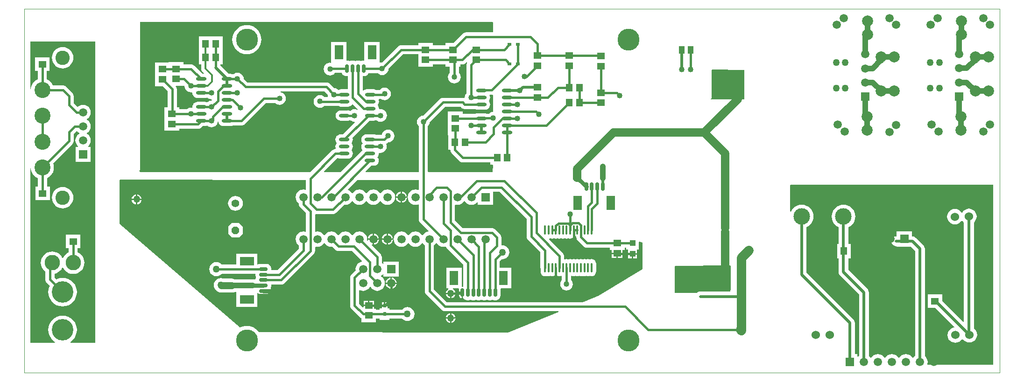
<source format=gtl>
%FSLAX25Y25*%
%MOIN*%
G70*
G01*
G75*
G04 Layer_Physical_Order=1*
G04 Layer_Color=255*
G04:AMPARAMS|DCode=10|XSize=23.62mil|YSize=61.02mil|CornerRadius=5.91mil|HoleSize=0mil|Usage=FLASHONLY|Rotation=0.000|XOffset=0mil|YOffset=0mil|HoleType=Round|Shape=RoundedRectangle|*
%AMROUNDEDRECTD10*
21,1,0.02362,0.04921,0,0,0.0*
21,1,0.01181,0.06102,0,0,0.0*
1,1,0.01181,0.00591,-0.02461*
1,1,0.01181,-0.00591,-0.02461*
1,1,0.01181,-0.00591,0.02461*
1,1,0.01181,0.00591,0.02461*
%
%ADD10ROUNDEDRECTD10*%
%ADD11R,0.05906X0.09843*%
%ADD12O,0.07480X0.02362*%
%ADD13O,0.01378X0.07087*%
%ADD14R,0.09843X0.05906*%
G04:AMPARAMS|DCode=15|XSize=23.62mil|YSize=61.02mil|CornerRadius=5.91mil|HoleSize=0mil|Usage=FLASHONLY|Rotation=270.000|XOffset=0mil|YOffset=0mil|HoleType=Round|Shape=RoundedRectangle|*
%AMROUNDEDRECTD15*
21,1,0.02362,0.04921,0,0,270.0*
21,1,0.01181,0.06102,0,0,270.0*
1,1,0.01181,-0.02461,-0.00591*
1,1,0.01181,-0.02461,0.00591*
1,1,0.01181,0.02461,0.00591*
1,1,0.01181,0.02461,-0.00591*
%
%ADD15ROUNDEDRECTD15*%
%ADD16R,0.03937X0.05315*%
%ADD17R,0.04134X0.04331*%
%ADD18R,0.03150X0.01969*%
%ADD19R,0.01969X0.03150*%
%ADD20R,0.04724X0.05315*%
%ADD21R,0.05315X0.04724*%
%ADD22R,0.05709X0.04528*%
%ADD23R,0.04528X0.05709*%
%ADD24C,0.03937*%
%ADD25C,0.01500*%
%ADD26C,0.02000*%
%ADD27C,0.01300*%
%ADD28C,0.04000*%
%ADD29C,0.05000*%
%ADD30C,0.03000*%
%ADD31C,0.06500*%
%ADD32C,0.06000*%
%ADD33C,0.00100*%
%ADD34C,0.07874*%
%ADD35R,0.05906X0.05906*%
%ADD36C,0.05906*%
%ADD37C,0.11024*%
%ADD38C,0.15354*%
%ADD39C,0.06000*%
%ADD40C,0.11417*%
%ADD41R,0.05906X0.05906*%
%ADD42P,0.05966X8X112.5*%
%ADD43C,0.05512*%
%ADD44C,0.11811*%
%ADD45C,0.05000*%
%ADD46C,0.02284*%
%ADD47C,0.10236*%
%ADD48C,0.15700*%
%ADD49C,0.04000*%
%ADD50C,0.02000*%
%ADD51C,0.06200*%
G36*
X50450Y21600D02*
X32844D01*
X32723Y22085D01*
X32932Y22197D01*
X34481Y23468D01*
X35753Y25018D01*
X36698Y26786D01*
X37280Y28705D01*
X37477Y30700D01*
X37280Y32695D01*
X36698Y34613D01*
X35753Y36381D01*
X34481Y37931D01*
X32932Y39202D01*
X31164Y40148D01*
X29245Y40729D01*
X27250Y40926D01*
X25255Y40729D01*
X23337Y40148D01*
X21569Y39202D01*
X20019Y37931D01*
X18747Y36381D01*
X17802Y34613D01*
X17220Y32695D01*
X17024Y30700D01*
X17220Y28705D01*
X17802Y26786D01*
X18747Y25018D01*
X20019Y23468D01*
X21569Y22197D01*
X21778Y22085D01*
X21656Y21600D01*
X4050D01*
Y146190D01*
X4550Y146214D01*
X4660Y145090D01*
X5130Y143543D01*
X5892Y142117D01*
X6918Y140867D01*
X8168Y139841D01*
X9594Y139079D01*
X9672Y139055D01*
Y133104D01*
X7793D01*
Y123380D01*
X18108D01*
Y133104D01*
X16228D01*
Y139251D01*
X17333Y139841D01*
X18583Y140867D01*
X19609Y142117D01*
X20371Y143543D01*
X20840Y145090D01*
X20999Y146700D01*
X20840Y148309D01*
X20411Y149724D01*
X34168Y163482D01*
X34168Y163482D01*
X34168Y163482D01*
X34689Y164161D01*
X34853Y164556D01*
X35017Y164951D01*
X35072Y165375D01*
X35128Y165800D01*
Y170742D01*
X37101Y172715D01*
X37600Y172682D01*
X37961Y172211D01*
X39083Y171350D01*
Y170850D01*
X37961Y169989D01*
X37087Y168850D01*
X36538Y167524D01*
X36351Y166100D01*
X36538Y164676D01*
X37087Y163350D01*
X37961Y162211D01*
X38202Y162026D01*
X38041Y161553D01*
X36398D01*
Y150647D01*
X47303D01*
Y161553D01*
X45659D01*
X45498Y162026D01*
X45739Y162211D01*
X46613Y163350D01*
X47163Y164676D01*
X47350Y166100D01*
X47163Y167524D01*
X46613Y168850D01*
X45739Y169989D01*
X44617Y170850D01*
Y171350D01*
X45739Y172211D01*
X46613Y173350D01*
X47163Y174677D01*
X47350Y176100D01*
X47163Y177524D01*
X46613Y178850D01*
X45739Y179989D01*
X44617Y180850D01*
Y181350D01*
X45739Y182211D01*
X46613Y183350D01*
X47163Y184677D01*
X47350Y186100D01*
X47163Y187523D01*
X46613Y188850D01*
X45739Y189989D01*
X44600Y190863D01*
X43274Y191412D01*
X41850Y191600D01*
X40427Y191412D01*
X39100Y190863D01*
X37961Y189989D01*
X37807Y189979D01*
X35128Y192658D01*
Y197800D01*
X35017Y198648D01*
X34689Y199439D01*
X34394Y199823D01*
X34168Y200118D01*
X29769Y204518D01*
X29090Y205038D01*
X28694Y205202D01*
X28299Y205366D01*
X27875Y205422D01*
X27451Y205478D01*
X20306D01*
X19609Y206782D01*
X18583Y208032D01*
X17333Y209058D01*
X16028Y209755D01*
Y215696D01*
X17908D01*
Y225420D01*
X7593D01*
Y215696D01*
X9472D01*
Y209755D01*
X8168Y209058D01*
X6918Y208032D01*
X5892Y206782D01*
X5130Y205356D01*
X4660Y203809D01*
X4550Y202685D01*
X4050Y202709D01*
Y236800D01*
X50450D01*
Y21600D01*
D02*
G37*
G36*
X334514Y198601D02*
X334482Y186530D01*
X333376Y186384D01*
X332281Y185931D01*
X331430Y185278D01*
X329887D01*
X329650Y185376D01*
X328689Y185503D01*
X323571D01*
X322610Y185376D01*
X321866Y185068D01*
X312805D01*
Y186706D01*
X302096D01*
Y177178D01*
Y169895D01*
X302523D01*
Y159546D01*
X304009D01*
Y159363D01*
X304065Y158939D01*
X304121Y158515D01*
X304285Y158119D01*
X304449Y157724D01*
X304969Y157045D01*
X304969Y157045D01*
X304969Y157045D01*
X310632Y151382D01*
X311311Y150861D01*
X312102Y150534D01*
X312950Y150422D01*
X313710Y150522D01*
X332546D01*
Y148643D01*
X334029D01*
X334382Y148289D01*
X334369Y143500D01*
X288382Y143482D01*
X288028Y143835D01*
Y176180D01*
X288681Y177031D01*
X289135Y178125D01*
X289274Y179188D01*
X300108Y190022D01*
X311392D01*
X311943Y189472D01*
X312237Y189246D01*
X312621Y188951D01*
X313017Y188787D01*
X313412Y188623D01*
X313836Y188568D01*
X314261Y188512D01*
X321866D01*
X322610Y188203D01*
X323571Y188077D01*
X328689D01*
X329650Y188203D01*
X330545Y188574D01*
X331314Y189164D01*
X331904Y189933D01*
X332275Y190829D01*
X332402Y191790D01*
X332275Y192751D01*
X331904Y193646D01*
X331411Y194290D01*
X331904Y194933D01*
X332275Y195829D01*
X332402Y196790D01*
X332275Y197751D01*
X331988Y198444D01*
X332266Y198860D01*
X333598D01*
X334023Y198916D01*
X334138Y198931D01*
X334514Y198601D01*
D02*
G37*
G36*
X200772Y137902D02*
Y131237D01*
X200396Y130907D01*
X199119Y131075D01*
X197695Y130888D01*
X196369Y130339D01*
X195230Y129464D01*
X194356Y128325D01*
X193806Y126999D01*
X193619Y125576D01*
X193806Y124152D01*
X194356Y122826D01*
X195230Y121687D01*
X195772Y121270D01*
Y120600D01*
X195828Y120176D01*
X195884Y119752D01*
X196048Y119356D01*
X196211Y118961D01*
X196732Y118282D01*
X196732Y118282D01*
X196732Y118282D01*
X200872Y114142D01*
Y101224D01*
X200496Y100894D01*
X199119Y101075D01*
X197695Y100888D01*
X196369Y100339D01*
X195230Y99464D01*
X194356Y98326D01*
X193806Y96999D01*
X193619Y95576D01*
X193806Y94152D01*
X194356Y92826D01*
X195230Y91687D01*
X195772Y91270D01*
Y88658D01*
X180593Y73478D01*
X176156D01*
X176128Y73510D01*
Y74691D01*
X176022Y75497D01*
X175710Y76249D01*
X175215Y76895D01*
X174570Y77390D01*
X173818Y77701D01*
X173011Y77808D01*
X168090D01*
X167283Y77701D01*
X166587Y77413D01*
X166435Y77515D01*
X166172Y77859D01*
Y85153D01*
X151329D01*
Y77378D01*
X140737D01*
X140516Y77666D01*
X139472Y78468D01*
X138256Y78971D01*
X136950Y79143D01*
X135645Y78971D01*
X134429Y78468D01*
X133384Y77666D01*
X132583Y76622D01*
X132079Y75405D01*
X131907Y74100D01*
X132079Y72795D01*
X132583Y71578D01*
X133384Y70534D01*
X134429Y69732D01*
X135645Y69229D01*
X136950Y69057D01*
X138256Y69229D01*
X139472Y69732D01*
X140516Y70534D01*
X140737Y70822D01*
X164945D01*
X164972Y70790D01*
Y69609D01*
X165079Y68803D01*
X165308Y68250D01*
X165079Y67697D01*
X164973Y66893D01*
X164540Y66643D01*
X164200Y66784D01*
X163025Y66939D01*
X150083D01*
X149281Y67271D01*
X147975Y67443D01*
X141720D01*
X141487Y67540D01*
X140182Y67712D01*
X138877Y67540D01*
X137660Y67036D01*
X136616Y66234D01*
X135814Y65190D01*
X135311Y63974D01*
X135139Y62668D01*
X135311Y61363D01*
X135814Y60147D01*
X136616Y59102D01*
X136768Y58986D01*
X136884Y58834D01*
X137929Y58033D01*
X139145Y57529D01*
X140450Y57357D01*
X147975D01*
X149281Y57529D01*
X150083Y57861D01*
X151329D01*
D01*
Y57853D01*
X151329Y57508D01*
X151329Y57508D01*
X151329D01*
Y46947D01*
X166172D01*
Y57056D01*
X166650Y57201D01*
X166943Y56763D01*
X167469Y56411D01*
X168090Y56288D01*
X173011D01*
X173632Y56411D01*
X174158Y56763D01*
X174509Y57289D01*
X174633Y57910D01*
Y59091D01*
X174621Y59149D01*
X175215Y59605D01*
X175710Y60251D01*
X176022Y61003D01*
X176128Y61809D01*
Y62990D01*
X176156Y63022D01*
X183350D01*
X183774Y63078D01*
X184199Y63134D01*
X184594Y63297D01*
X184989Y63461D01*
X185668Y63982D01*
X206468Y84782D01*
X206694Y85077D01*
X206989Y85461D01*
X207317Y86252D01*
X207428Y87100D01*
Y89919D01*
X207804Y90249D01*
X209119Y90076D01*
X210542Y90263D01*
X211869Y90813D01*
X213008Y91687D01*
X213869Y92809D01*
X214369D01*
X215230Y91687D01*
X216369Y90813D01*
X217695Y90263D01*
X219119Y90076D01*
X219747Y90158D01*
X221824Y88082D01*
X222118Y87856D01*
X222503Y87561D01*
X223293Y87234D01*
X224142Y87122D01*
X233792D01*
X240974Y79941D01*
X240813Y79467D01*
X240397Y79412D01*
X239071Y78863D01*
X237932Y77989D01*
X237058Y76850D01*
X236508Y75524D01*
X236321Y74100D01*
X236421Y73336D01*
X233352Y70267D01*
X232831Y69589D01*
X232667Y69193D01*
X232504Y68798D01*
X232448Y68374D01*
X232392Y67949D01*
Y48242D01*
X232448Y47818D01*
X232504Y47393D01*
X232667Y46998D01*
X232831Y46603D01*
X233352Y45924D01*
X233352Y45924D01*
X233352Y45924D01*
X239594Y39682D01*
X239889Y39456D01*
X240273Y39161D01*
X240593Y39028D01*
Y36096D01*
X250908D01*
Y38722D01*
X253667D01*
Y37925D01*
X260635D01*
Y38722D01*
X269563D01*
X269784Y38434D01*
X270829Y37632D01*
X272045Y37128D01*
X273350Y36957D01*
X274655Y37128D01*
X275872Y37632D01*
X276916Y38434D01*
X277718Y39478D01*
X278221Y40694D01*
X278393Y42000D01*
X278221Y43305D01*
X277718Y44521D01*
X276916Y45566D01*
X275872Y46367D01*
X274655Y46871D01*
X273350Y47043D01*
X272045Y46871D01*
X270829Y46367D01*
X269784Y45566D01*
X269563Y45278D01*
X260635D01*
Y46075D01*
X259135D01*
Y47500D01*
X255167D01*
Y46075D01*
X253667D01*
Y45278D01*
X250908D01*
Y45820D01*
X249408D01*
Y47741D01*
X242093D01*
Y47107D01*
X241631Y46916D01*
X238948Y49599D01*
Y58938D01*
X239364Y59216D01*
X240397Y58788D01*
X241821Y58600D01*
X243244Y58788D01*
X244570Y59337D01*
X245709Y60211D01*
X246570Y61333D01*
X247071D01*
X247932Y60211D01*
X249071Y59337D01*
X250397Y58788D01*
X251820Y58600D01*
X253244Y58788D01*
X254570Y59337D01*
X255710Y60211D01*
X256583Y61350D01*
X257133Y62677D01*
X257320Y64100D01*
X257133Y65523D01*
X256583Y66850D01*
X255710Y67989D01*
X254587Y68850D01*
Y69350D01*
X255710Y70211D01*
X255894Y70452D01*
X256368Y70291D01*
Y68647D01*
X267273D01*
Y79553D01*
X256368D01*
Y77909D01*
X255894Y77748D01*
X255710Y77989D01*
X255099Y78458D01*
Y82721D01*
X254987Y83570D01*
X254659Y84360D01*
X254138Y85039D01*
X247907Y91271D01*
X248128Y91719D01*
X248619Y91655D01*
Y95076D01*
X245198D01*
X245262Y94585D01*
X244910Y94411D01*
X244504Y94702D01*
X244619Y95576D01*
X244431Y96999D01*
X243882Y98326D01*
X243008Y99464D01*
X241869Y100339D01*
X240542Y100888D01*
X239119Y101075D01*
X237695Y100888D01*
X236369Y100339D01*
X235230Y99464D01*
X234369Y98342D01*
X233869D01*
X233008Y99464D01*
X231869Y100339D01*
X230542Y100888D01*
X229119Y101075D01*
X227695Y100888D01*
X226369Y100339D01*
X225230Y99464D01*
X224369Y98342D01*
X223869D01*
X223008Y99464D01*
X221869Y100339D01*
X220542Y100888D01*
X219119Y101075D01*
X217695Y100888D01*
X216369Y100339D01*
X215230Y99464D01*
X214369Y98342D01*
X213869D01*
X213008Y99464D01*
X211869Y100339D01*
X210542Y100888D01*
X209119Y101075D01*
X207804Y100902D01*
X207428Y101232D01*
Y113277D01*
X207804Y113607D01*
X208026Y113578D01*
X208450Y113522D01*
X220359D01*
X220783Y113578D01*
X221207Y113634D01*
X221603Y113797D01*
X221998Y113961D01*
X222677Y114482D01*
X222677Y114482D01*
X222677Y114482D01*
X228369Y120175D01*
X229119Y120076D01*
X230542Y120263D01*
X231869Y120813D01*
X233008Y121687D01*
X233869Y122809D01*
X234369D01*
X235230Y121687D01*
X236369Y120813D01*
X237695Y120263D01*
X239119Y120076D01*
X240542Y120263D01*
X241869Y120813D01*
X243008Y121687D01*
X243869Y122809D01*
X244369D01*
X245230Y121687D01*
X246369Y120813D01*
X247695Y120263D01*
X249119Y120076D01*
X250542Y120263D01*
X251869Y120813D01*
X253008Y121687D01*
X253869Y122809D01*
X254369D01*
X255230Y121687D01*
X256369Y120813D01*
X257695Y120263D01*
X259119Y120076D01*
X260542Y120263D01*
X261869Y120813D01*
X263008Y121687D01*
X263882Y122826D01*
X264431Y124152D01*
X264619Y125576D01*
X264431Y126999D01*
X263882Y128325D01*
X263008Y129464D01*
X261869Y130339D01*
X260542Y130888D01*
X259119Y131075D01*
X257695Y130888D01*
X256369Y130339D01*
X255230Y129464D01*
X254369Y128342D01*
X253869D01*
X253008Y129464D01*
X251869Y130339D01*
X250542Y130888D01*
X249119Y131075D01*
X247695Y130888D01*
X246369Y130339D01*
X245230Y129464D01*
X244369Y128342D01*
X243869D01*
X243008Y129464D01*
X241869Y130339D01*
X240542Y130888D01*
X239119Y131075D01*
X237695Y130888D01*
X236369Y130339D01*
X235230Y129464D01*
X234369Y128342D01*
X233869D01*
X233008Y129464D01*
X231869Y130339D01*
X230947Y130720D01*
X230849Y131211D01*
X237460Y137822D01*
X281472Y137725D01*
Y130953D01*
X281056Y130675D01*
X280542Y130888D01*
X279119Y131075D01*
X277695Y130888D01*
X276369Y130339D01*
X275230Y129464D01*
X274356Y128325D01*
X273806Y126999D01*
X273619Y125576D01*
X273806Y124152D01*
X274356Y122826D01*
X275230Y121687D01*
X276369Y120813D01*
X277695Y120263D01*
X279119Y120076D01*
X280542Y120263D01*
X281056Y120476D01*
X281472Y120198D01*
Y109791D01*
X281528Y109367D01*
X281584Y108943D01*
X281748Y108548D01*
X281911Y108152D01*
X282432Y107473D01*
X282432Y107473D01*
X282432Y107473D01*
X288464Y101442D01*
X288304Y100968D01*
X287695Y100888D01*
X286369Y100339D01*
X285230Y99464D01*
X284369Y98342D01*
X283869D01*
X283008Y99464D01*
X281869Y100339D01*
X280542Y100888D01*
X279119Y101075D01*
X277695Y100888D01*
X276369Y100339D01*
X275230Y99464D01*
X274369Y98342D01*
X273869D01*
X273008Y99464D01*
X271869Y100339D01*
X270542Y100888D01*
X269119Y101075D01*
X267695Y100888D01*
X266369Y100339D01*
X265230Y99464D01*
X264356Y98326D01*
X263806Y96999D01*
X263619Y95576D01*
X263806Y94152D01*
X264356Y92826D01*
X265230Y91687D01*
X266369Y90813D01*
X267695Y90263D01*
X269119Y90076D01*
X270542Y90263D01*
X271869Y90813D01*
X273008Y91687D01*
X273869Y92809D01*
X274369D01*
X275230Y91687D01*
X276369Y90813D01*
X277695Y90263D01*
X279119Y90076D01*
X280542Y90263D01*
X281869Y90813D01*
X283008Y91687D01*
X283869Y92809D01*
X284369D01*
X285230Y91687D01*
X285772Y91270D01*
Y58350D01*
X285828Y57926D01*
X285884Y57501D01*
X286048Y57106D01*
X286211Y56711D01*
X286732Y56032D01*
X286732Y56032D01*
X286732Y56032D01*
X297782Y44982D01*
X298077Y44756D01*
X298461Y44461D01*
X298856Y44297D01*
X299252Y44134D01*
X299676Y44078D01*
X300100Y44022D01*
X381159D01*
X381255Y43531D01*
X345250Y28900D01*
X167211Y29101D01*
X167149Y29202D01*
X166092Y30441D01*
X164853Y31499D01*
X163464Y32350D01*
X161959Y32974D01*
X160374Y33354D01*
X158750Y33482D01*
X157126Y33354D01*
X155542Y32974D01*
X154037Y32350D01*
X153955Y32300D01*
X68026Y106431D01*
Y137839D01*
X68380Y138193D01*
X200772Y137902D01*
D02*
G37*
G36*
X504107Y76426D02*
X504050Y60000D01*
X503952Y58130D01*
X492805D01*
X492697Y58116D01*
X482386D01*
X481472Y57996D01*
X480621Y57643D01*
X479900Y57090D01*
X464368D01*
Y76086D01*
X464772Y76490D01*
X503753Y76779D01*
X504107Y76426D01*
D02*
G37*
G36*
X358472Y110142D02*
Y97300D01*
X358528Y96876D01*
X358584Y96452D01*
X358748Y96056D01*
X358911Y95661D01*
X359432Y94982D01*
X359432Y94982D01*
X359432Y94982D01*
X368338Y86076D01*
Y75214D01*
X368400Y74747D01*
Y72360D01*
X368510Y71527D01*
X368831Y70752D01*
X369342Y70086D01*
X370008Y69574D01*
X370784Y69253D01*
X371617Y69143D01*
X372449Y69253D01*
X372896Y69438D01*
X373343Y69253D01*
X374176Y69143D01*
X375008Y69253D01*
X375455Y69438D01*
X375902Y69253D01*
X376735Y69143D01*
X377567Y69253D01*
X378343Y69574D01*
X379009Y70086D01*
X379044Y70131D01*
X379544D01*
X379578Y70086D01*
X380244Y69574D01*
X381020Y69253D01*
X381853Y69143D01*
X382685Y69253D01*
X383132Y69438D01*
X383579Y69253D01*
X383693Y69238D01*
Y66540D01*
X383040Y65690D01*
X382587Y64595D01*
X382432Y63420D01*
X382587Y62246D01*
X383040Y61151D01*
X383761Y60211D01*
X384701Y59490D01*
X385796Y59036D01*
X386971Y58882D01*
X388145Y59036D01*
X389240Y59490D01*
X390180Y60211D01*
X390901Y61151D01*
X391355Y62246D01*
X391510Y63420D01*
X391355Y64595D01*
X390901Y65690D01*
X390249Y66540D01*
Y69238D01*
X390362Y69253D01*
X390809Y69438D01*
X391256Y69253D01*
X392089Y69143D01*
X392921Y69253D01*
X393368Y69438D01*
X393815Y69253D01*
X394648Y69143D01*
X395480Y69253D01*
X395928Y69438D01*
X396375Y69253D01*
X397207Y69143D01*
X398040Y69253D01*
X398486Y69438D01*
X398934Y69253D01*
X399766Y69143D01*
X400599Y69253D01*
X401046Y69438D01*
X401493Y69253D01*
X402325Y69143D01*
X403158Y69253D01*
X403605Y69438D01*
X404052Y69253D01*
X404884Y69143D01*
X405717Y69253D01*
X406492Y69574D01*
X407159Y70086D01*
X407670Y70752D01*
X407991Y71527D01*
X408101Y72360D01*
Y78069D01*
X407991Y78901D01*
X407670Y79677D01*
X407159Y80343D01*
X406492Y80854D01*
X405717Y81175D01*
X404884Y81285D01*
X404052Y81175D01*
X403605Y80990D01*
X403158Y81175D01*
X402325Y81285D01*
X401493Y81175D01*
X401046Y80990D01*
X400599Y81175D01*
X399766Y81285D01*
X398934Y81175D01*
X398486Y80990D01*
X398040Y81175D01*
X397207Y81285D01*
X396375Y81175D01*
X395928Y80990D01*
X395480Y81175D01*
X394648Y81285D01*
X393815Y81175D01*
X393368Y80990D01*
X392921Y81175D01*
X392089Y81285D01*
X391256Y81175D01*
X390809Y80990D01*
X390362Y81175D01*
X389530Y81285D01*
X388697Y81175D01*
X388250Y80990D01*
X387803Y81175D01*
X386971Y81285D01*
X386138Y81175D01*
X385691Y80990D01*
X385244Y81175D01*
X385131Y81190D01*
Y83598D01*
X385075Y84022D01*
X385019Y84446D01*
X384855Y84841D01*
X384692Y85237D01*
X384171Y85916D01*
X374571Y95515D01*
X374732Y95988D01*
X375008Y96025D01*
X375455Y96210D01*
X375902Y96025D01*
X376735Y95915D01*
X377567Y96025D01*
X378014Y96210D01*
X378461Y96025D01*
X379294Y95915D01*
X380126Y96025D01*
X380573Y96210D01*
X381020Y96025D01*
X381853Y95915D01*
X382685Y96025D01*
X383132Y96210D01*
X383579Y96025D01*
X384412Y95915D01*
X385244Y96025D01*
X385691Y96210D01*
X386138Y96025D01*
X386971Y95915D01*
X387803Y96025D01*
X388250Y96210D01*
X388697Y96025D01*
X389530Y95915D01*
X390362Y96025D01*
X391138Y96346D01*
X391804Y96857D01*
X392253Y97442D01*
X392748Y97540D01*
X393307Y97914D01*
X393430D01*
X393929Y97581D01*
Y97043D01*
X393985Y96619D01*
X394041Y96195D01*
X394204Y95800D01*
X394368Y95404D01*
X394889Y94725D01*
X394889Y94725D01*
X394889Y94725D01*
X399260Y90355D01*
X399555Y90128D01*
X399939Y89834D01*
X400498Y89602D01*
X400729Y89506D01*
X400828Y89493D01*
X401578Y89394D01*
X417728D01*
Y87909D01*
X419228D01*
Y85889D01*
X426936D01*
Y87909D01*
X428436D01*
Y89559D01*
X429515D01*
Y88172D01*
X431015D01*
Y88172D01*
Y88128D01*
X431015Y87818D01*
X431015Y87818D01*
X431015D01*
Y85463D01*
X437149D01*
Y87818D01*
X437149Y87818D01*
D01*
D01*
X437149Y88128D01*
D01*
X437192Y88172D01*
X438649D01*
Y93585D01*
X439055Y93877D01*
X441050Y93207D01*
X441150Y74000D01*
X409750Y55111D01*
X398596Y50578D01*
X301458D01*
X292328Y59708D01*
Y91165D01*
X293008Y91687D01*
X293869Y92809D01*
X294369D01*
X295230Y91687D01*
X296369Y90813D01*
X297695Y90263D01*
X299119Y90076D01*
X300542Y90263D01*
X300542Y90263D01*
X300542Y90263D01*
X300873Y90363D01*
X300873Y90363D01*
X300873D01*
X301037Y89967D01*
X301200Y89572D01*
X301721Y88893D01*
X301721Y88893D01*
X301721Y88893D01*
X313189Y77425D01*
Y61622D01*
X313141Y61582D01*
X312103D01*
Y75221D01*
X301198D01*
Y60379D01*
X302553D01*
X302650Y59888D01*
X302485Y59820D01*
X301754Y59259D01*
X301193Y58528D01*
X300840Y57676D01*
X300786Y57263D01*
X307715D01*
X307660Y57676D01*
X307308Y58528D01*
X306747Y59259D01*
X306015Y59820D01*
X305850Y59888D01*
X305948Y60379D01*
X310027D01*
X310344Y59992D01*
X310338Y59961D01*
Y58000D01*
X312550D01*
Y57500D01*
X312759D01*
Y55039D01*
X312865Y54233D01*
X313050Y53786D01*
Y53418D01*
X313141D01*
X313214Y53432D01*
X313672Y52835D01*
X314318Y52340D01*
X315070Y52028D01*
X315876Y51922D01*
X317057D01*
X317864Y52028D01*
X318425Y52261D01*
X318986Y52028D01*
X319793Y51922D01*
X320974D01*
X321781Y52028D01*
X322342Y52261D01*
X322903Y52028D01*
X323710Y51922D01*
X324891D01*
X325698Y52028D01*
X326259Y52261D01*
X326820Y52028D01*
X327626Y51922D01*
X328807D01*
X329614Y52028D01*
X330175Y52261D01*
X330736Y52028D01*
X331543Y51922D01*
X332724D01*
X333531Y52028D01*
X334092Y52261D01*
X334653Y52028D01*
X335460Y51922D01*
X336641D01*
X337448Y52028D01*
X338199Y52340D01*
X338845Y52835D01*
X339340Y53481D01*
X339652Y54233D01*
X339758Y55039D01*
Y59961D01*
X339753Y60003D01*
X340082Y60379D01*
X347403D01*
Y75221D01*
X339328D01*
Y79842D01*
X340690Y81204D01*
X341050Y81157D01*
X342356Y81329D01*
X343572Y81832D01*
X344616Y82634D01*
X345418Y83678D01*
X345922Y84895D01*
X346094Y86200D01*
X345922Y87505D01*
X345418Y88722D01*
X344616Y89766D01*
X343572Y90567D01*
X342356Y91071D01*
X341050Y91243D01*
X340746Y91203D01*
X340371Y91533D01*
Y96858D01*
X340371Y96858D01*
X340371Y96858D01*
Y96858D01*
X340371D01*
X340371Y96858D01*
X340259Y97706D01*
X339931Y98497D01*
X339410Y99176D01*
X336210Y102376D01*
X335531Y102897D01*
X335136Y103061D01*
X334740Y103225D01*
X334316Y103280D01*
X333892Y103336D01*
X312750D01*
X307328Y108758D01*
Y119932D01*
X307704Y120262D01*
X309119Y120076D01*
X310542Y120263D01*
X311869Y120813D01*
X313008Y121687D01*
X313869Y122809D01*
X314369D01*
X315230Y121687D01*
X316369Y120813D01*
X317695Y120263D01*
X319119Y120076D01*
X320542Y120263D01*
X321869Y120813D01*
X323008Y121687D01*
X323193Y121927D01*
X323666Y121767D01*
Y120123D01*
X334572D01*
Y129322D01*
X339293D01*
X358472Y110142D01*
D02*
G37*
G36*
X513850Y216583D02*
Y195344D01*
X489899D01*
X489708Y195806D01*
X490450Y196548D01*
Y216388D01*
X490805Y216741D01*
X513850Y216583D01*
D02*
G37*
G36*
X691450Y134450D02*
Y5691D01*
X691350Y5650D01*
Y5650D01*
X691350Y5650D01*
X644691D01*
X644413Y6066D01*
X644563Y6427D01*
X644750Y7850D01*
X644563Y9273D01*
X644013Y10600D01*
X643139Y11739D01*
X642780Y12014D01*
Y88650D01*
X642660Y89564D01*
X642308Y90415D01*
X641747Y91146D01*
X636347Y96546D01*
X635615Y97107D01*
X634764Y97460D01*
X633850Y97580D01*
X633503D01*
Y101103D01*
X622598D01*
Y97580D01*
X622250D01*
X621337Y97460D01*
X620485Y97107D01*
X619754Y96546D01*
X619193Y95815D01*
X618840Y94964D01*
X618720Y94050D01*
X618840Y93136D01*
X619193Y92285D01*
X619754Y91554D01*
X620485Y90993D01*
X621337Y90640D01*
X622250Y90520D01*
X622598D01*
Y90197D01*
X632711D01*
X635720Y87188D01*
Y12014D01*
X635361Y11739D01*
X634500Y10617D01*
X634000D01*
X633139Y11739D01*
X632000Y12613D01*
X630674Y13162D01*
X629250Y13350D01*
X627827Y13162D01*
X626500Y12613D01*
X625361Y11739D01*
X624500Y10617D01*
X624000D01*
X623139Y11739D01*
X622000Y12613D01*
X620674Y13162D01*
X619250Y13350D01*
X617827Y13162D01*
X616500Y12613D01*
X615361Y11739D01*
X614500Y10617D01*
X614000D01*
X613139Y11739D01*
X612000Y12613D01*
X610674Y13162D01*
X609250Y13350D01*
X607827Y13162D01*
X606500Y12613D01*
X605361Y11739D01*
X604500Y10617D01*
X604000D01*
X603139Y11739D01*
X602780Y12014D01*
Y57550D01*
X602660Y58464D01*
X602308Y59315D01*
X601747Y60046D01*
X588231Y73562D01*
Y81893D01*
X589771D01*
Y92207D01*
X588231D01*
Y104056D01*
X589393Y104677D01*
X590673Y105728D01*
X591723Y107008D01*
X592504Y108468D01*
X592984Y110052D01*
X593147Y111700D01*
X592984Y113348D01*
X592504Y114932D01*
X591723Y116393D01*
X590673Y117672D01*
X589393Y118723D01*
X587933Y119503D01*
X586348Y119984D01*
X584700Y120146D01*
X583053Y119984D01*
X581468Y119503D01*
X580008Y118723D01*
X578728Y117672D01*
X577678Y116393D01*
X576897Y114932D01*
X576417Y113348D01*
X576254Y111700D01*
X576417Y110052D01*
X576897Y108468D01*
X577678Y107008D01*
X578728Y105728D01*
X580008Y104677D01*
X581170Y104056D01*
Y92207D01*
X580046D01*
Y81893D01*
X581170D01*
Y72100D01*
X581291Y71186D01*
X581643Y70335D01*
X582204Y69604D01*
X595720Y56088D01*
Y12014D01*
X595361Y11739D01*
X595177Y11498D01*
X594703Y11659D01*
Y13303D01*
X592780D01*
Y35750D01*
X592660Y36664D01*
X592308Y37515D01*
X591747Y38246D01*
X558331Y71662D01*
Y104156D01*
X559493Y104777D01*
X560773Y105828D01*
X561823Y107107D01*
X562604Y108568D01*
X563084Y110152D01*
X563247Y111800D01*
X563084Y113448D01*
X562604Y115032D01*
X561823Y116492D01*
X560773Y117772D01*
X559493Y118823D01*
X558033Y119603D01*
X556448Y120084D01*
X554801Y120246D01*
X553153Y120084D01*
X551568Y119603D01*
X550108Y118823D01*
X548828Y117772D01*
X547778Y116492D01*
X547086Y115197D01*
X546600Y115319D01*
Y134196D01*
X546954Y134550D01*
X691450Y134450D01*
D02*
G37*
G36*
X334296Y250800D02*
X334649Y250446D01*
X334631Y243378D01*
X315119D01*
X314270Y243266D01*
X313711Y243035D01*
X313480Y242939D01*
X313185Y242713D01*
X312801Y242418D01*
X306078Y235695D01*
X300596D01*
Y234209D01*
X291408D01*
Y235794D01*
X281093D01*
Y234209D01*
X268982D01*
X268133Y234098D01*
X267343Y233770D01*
X266959Y233476D01*
X266664Y233249D01*
X255239Y221824D01*
X254176Y221684D01*
X254019Y221619D01*
X253603Y221897D01*
Y236521D01*
X242698D01*
Y223228D01*
X242641Y223178D01*
X241460D01*
X240653Y223072D01*
X240084Y222836D01*
X239514Y223072D01*
X238707Y223178D01*
X237526D01*
X236720Y223072D01*
X236150Y222836D01*
X235581Y223072D01*
X234774Y223178D01*
X233593D01*
X232786Y223072D01*
X232217Y222836D01*
X231648Y223072D01*
X230841Y223178D01*
X229903D01*
Y236521D01*
X218998D01*
Y221923D01*
X218622Y221593D01*
X218150Y221655D01*
X216976Y221500D01*
X215881Y221047D01*
X214941Y220326D01*
X214220Y219386D01*
X213766Y218291D01*
X213612Y217116D01*
X213766Y215942D01*
X214220Y214847D01*
X214941Y213907D01*
X215881Y213186D01*
X216976Y212732D01*
X218150Y212577D01*
X219325Y212732D01*
X220420Y213186D01*
X221360Y213907D01*
X221678Y214322D01*
X226653D01*
X226960Y213581D01*
X227456Y212935D01*
X228101Y212440D01*
X228853Y212128D01*
X229660Y212022D01*
X230841D01*
X230906Y211965D01*
Y202627D01*
X230889Y202613D01*
X225771D01*
X224810Y202486D01*
X224094Y202190D01*
X223259Y202831D01*
X222164Y203284D01*
X221101Y203424D01*
X217908Y206618D01*
X217229Y207139D01*
X216833Y207303D01*
X216438Y207466D01*
X216014Y207522D01*
X215590Y207578D01*
X159069D01*
X156535Y210112D01*
X156395Y211175D01*
X155942Y212269D01*
X155220Y213209D01*
X154280Y213931D01*
X153186Y214384D01*
X152011Y214539D01*
X150836Y214384D01*
X149741Y213931D01*
X148906Y213290D01*
X148191Y213586D01*
X147230Y213713D01*
X145950D01*
X139839Y219825D01*
Y220311D01*
X141423D01*
Y230114D01*
Y240429D01*
X124415D01*
Y230114D01*
Y220311D01*
X126100D01*
Y217473D01*
X126100Y217473D01*
X126208Y216651D01*
X126526Y215885D01*
X127031Y215227D01*
X128082Y214175D01*
X127891Y213713D01*
X127090D01*
X121243Y219560D01*
X120564Y220081D01*
X120169Y220244D01*
X119774Y220408D01*
X119349Y220464D01*
X118925Y220520D01*
X113473D01*
Y222006D01*
X102764D01*
Y221850D01*
X93293D01*
Y212126D01*
Y204842D01*
X98677D01*
X102172Y201347D01*
Y189805D01*
X99896D01*
Y180278D01*
Y172994D01*
X110605D01*
Y174480D01*
X123925D01*
X124349Y174536D01*
X124774Y174592D01*
X125169Y174756D01*
X125564Y174919D01*
X126243Y175440D01*
X127090Y176287D01*
X128726D01*
X129687Y176414D01*
X130403Y176710D01*
X131238Y176069D01*
X132332Y175616D01*
X133507Y175461D01*
X134682Y175616D01*
X135776Y176069D01*
X136716Y176791D01*
X137438Y177731D01*
X137891Y178825D01*
X137972Y179442D01*
X138472D01*
X138525Y179039D01*
X138896Y178144D01*
X139486Y177375D01*
X140255Y176785D01*
X141151Y176414D01*
X142112Y176287D01*
X147230D01*
X148191Y176414D01*
X148935Y176722D01*
X154750D01*
X155175Y176778D01*
X155599Y176834D01*
X155994Y176997D01*
X156389Y177161D01*
X157068Y177682D01*
X172208Y192822D01*
X178930D01*
X179781Y192169D01*
X180876Y191716D01*
X182050Y191561D01*
X183225Y191716D01*
X184320Y192169D01*
X185260Y192890D01*
X185981Y193830D01*
X186434Y194925D01*
X186589Y196100D01*
X186434Y197274D01*
X185981Y198369D01*
X185260Y199309D01*
X184320Y200030D01*
X183225Y200484D01*
X182928Y200523D01*
X182960Y201022D01*
X214232D01*
X216466Y198788D01*
X216605Y197725D01*
X216660Y197594D01*
X216382Y197178D01*
X214159D01*
X213220Y197898D01*
X212125Y198352D01*
X210950Y198506D01*
X209776Y198352D01*
X208681Y197898D01*
X207741Y197177D01*
X207020Y196237D01*
X206566Y195142D01*
X206412Y193968D01*
X206566Y192793D01*
X207020Y191698D01*
X207741Y190758D01*
X208681Y190037D01*
X209776Y189584D01*
X210950Y189429D01*
X212125Y189584D01*
X213220Y190037D01*
X213982Y190622D01*
X224065D01*
X224810Y190314D01*
X225771Y190187D01*
X230889D01*
X231850Y190314D01*
X232745Y190685D01*
X233514Y191275D01*
X233946Y191837D01*
D01*
X234227Y191855D01*
X234445Y191870D01*
X234445Y191870D01*
X234445Y191870D01*
X237963Y188352D01*
X237685Y187936D01*
X236845Y188284D01*
X235670Y188439D01*
X234495Y188284D01*
X233401Y187831D01*
X232565Y187190D01*
X231850Y187486D01*
X230889Y187613D01*
X225771D01*
X224810Y187486D01*
X223914Y187115D01*
X223145Y186525D01*
X222555Y185756D01*
X222184Y184861D01*
X222058Y183900D01*
X222184Y182939D01*
X222555Y182044D01*
X223145Y181275D01*
X223914Y180685D01*
X224810Y180314D01*
X225771Y180187D01*
X230889D01*
X231850Y180314D01*
X232565Y180610D01*
X233401Y179969D01*
X234495Y179516D01*
X235599Y179370D01*
X235760Y178897D01*
X227275Y170413D01*
X225639D01*
X224678Y170286D01*
X223783Y169915D01*
X223014Y169325D01*
X222424Y168556D01*
X222053Y167661D01*
X221926Y166700D01*
X222053Y165739D01*
X222424Y164844D01*
X222918Y164200D01*
X222424Y163556D01*
X222053Y162661D01*
X221926Y161700D01*
X222053Y160739D01*
X222189Y160410D01*
X221939Y159977D01*
X221102Y159866D01*
X220311Y159539D01*
X219927Y159244D01*
X219632Y159018D01*
X204063Y143448D01*
X82750Y143400D01*
X82001Y144312D01*
X82376Y144768D01*
Y250874D01*
X272330D01*
X334296Y250800D01*
D02*
G37*
G36*
X114303Y204888D02*
X114443Y203825D01*
X114896Y202731D01*
X115617Y201791D01*
X116557Y201069D01*
X117652Y200616D01*
X118827Y200461D01*
X119568Y200559D01*
X119922Y200205D01*
X119895Y200000D01*
X120021Y199039D01*
X120392Y198144D01*
X120982Y197375D01*
X121751Y196785D01*
X122647Y196414D01*
X123608Y196287D01*
X128726D01*
X129687Y196414D01*
X130403Y196710D01*
X131238Y196069D01*
X132332Y195616D01*
X133507Y195461D01*
X133686Y195485D01*
X133907Y195036D01*
X133395Y194524D01*
X132332Y194384D01*
X131238Y193931D01*
X130403Y193290D01*
X129687Y193586D01*
X128726Y193713D01*
X123608D01*
X122647Y193586D01*
X121751Y193215D01*
X120982Y192625D01*
X120392Y191856D01*
X120021Y190961D01*
X119895Y190000D01*
X119922Y189795D01*
X119568Y189441D01*
X118827Y189539D01*
X117652Y189384D01*
X116557Y188931D01*
X115761Y188320D01*
X110605D01*
Y189805D01*
X108728D01*
Y202705D01*
X108630Y203454D01*
X108617Y203553D01*
X108521Y203785D01*
X108289Y204344D01*
X107994Y204728D01*
X107981Y204746D01*
X108202Y205194D01*
X113473D01*
X113473Y205194D01*
Y205194D01*
X113843Y205348D01*
X114303Y204888D01*
D02*
G37*
G36*
X281093Y226069D02*
Y218786D01*
X291408D01*
Y220370D01*
X300596D01*
Y218884D01*
X303572D01*
Y214498D01*
X302920Y213647D01*
X302466Y212553D01*
X302311Y211378D01*
X302466Y210203D01*
X302920Y209108D01*
X303641Y208169D01*
X304581Y207447D01*
X305676Y206994D01*
X306850Y206839D01*
X308025Y206994D01*
X309120Y207447D01*
X310060Y208169D01*
X310781Y209108D01*
X311234Y210203D01*
X311389Y211378D01*
X311234Y212553D01*
X310781Y213647D01*
X310128Y214498D01*
Y218884D01*
X311305D01*
Y220370D01*
X312598D01*
X313023Y220426D01*
X313447Y220482D01*
X313842Y220645D01*
X314237Y220809D01*
X314916Y221330D01*
X315683Y222096D01*
X316058Y221767D01*
X315951Y221626D01*
X315787Y221231D01*
X315623Y220836D01*
X315567Y220412D01*
X315512Y219987D01*
Y199910D01*
X314859Y199059D01*
X314405Y197965D01*
X314251Y196790D01*
X314268Y196658D01*
X313872Y196353D01*
X313599Y196466D01*
X313175Y196522D01*
X312750Y196578D01*
X298750D01*
X298326Y196522D01*
X297902Y196466D01*
X297507Y196303D01*
X297111Y196139D01*
X296432Y195618D01*
X284639Y183824D01*
X283576Y183684D01*
X282481Y183231D01*
X281541Y182509D01*
X280820Y181569D01*
X280366Y180475D01*
X280211Y179300D01*
X280366Y178125D01*
X280820Y177031D01*
X281472Y176180D01*
Y143479D01*
X243756Y143464D01*
X243564Y143926D01*
X247625Y147987D01*
X249261D01*
X250222Y148114D01*
X251118Y148485D01*
X251887Y149075D01*
X252477Y149844D01*
X252848Y150739D01*
X252974Y151700D01*
X252848Y152661D01*
X252477Y153556D01*
X251983Y154200D01*
X252477Y154844D01*
X252848Y155739D01*
X252974Y156700D01*
X252947Y156905D01*
X253301Y157259D01*
X254042Y157161D01*
X255217Y157316D01*
X256312Y157769D01*
X257252Y158491D01*
X257973Y159431D01*
X258427Y160525D01*
X258581Y161700D01*
X258427Y162875D01*
X258102Y163659D01*
X258194Y163697D01*
X258589Y163861D01*
X259268Y164382D01*
X259662Y164776D01*
X260725Y164916D01*
X261820Y165369D01*
X262760Y166091D01*
X263481Y167031D01*
X263934Y168125D01*
X264089Y169300D01*
X263934Y170475D01*
X263481Y171569D01*
X262760Y172509D01*
X261820Y173231D01*
X260725Y173684D01*
X259550Y173839D01*
X258376Y173684D01*
X257281Y173231D01*
X256341Y172509D01*
X255620Y171569D01*
X255166Y170475D01*
X255101Y169978D01*
X250967D01*
X250222Y170286D01*
X249261Y170413D01*
X244143D01*
X243182Y170286D01*
X242287Y169915D01*
X241518Y169325D01*
X240928Y168556D01*
X240557Y167661D01*
X240430Y166700D01*
X240557Y165739D01*
X240928Y164844D01*
X241422Y164200D01*
X240928Y163556D01*
X240557Y162661D01*
X240430Y161700D01*
X240557Y160739D01*
X240928Y159844D01*
X241422Y159200D01*
X241391Y159160D01*
X241206Y159018D01*
X225645Y143457D01*
X213992Y143452D01*
X213800Y143914D01*
X223308Y153422D01*
X223934D01*
X224678Y153114D01*
X225639Y152987D01*
X230757D01*
X231718Y153114D01*
X232614Y153485D01*
X233383Y154075D01*
X233973Y154844D01*
X234344Y155739D01*
X234470Y156700D01*
X234344Y157661D01*
X233973Y158556D01*
X233479Y159200D01*
X233973Y159844D01*
X234344Y160739D01*
X234470Y161700D01*
X234344Y162661D01*
X233973Y163556D01*
X233479Y164200D01*
X233973Y164844D01*
X234344Y165739D01*
X234470Y166700D01*
X234344Y167661D01*
X234183Y168049D01*
X246321Y180187D01*
X249393D01*
X250354Y180314D01*
X251069Y180610D01*
X251905Y179969D01*
X252999Y179516D01*
X254174Y179361D01*
X255349Y179516D01*
X256443Y179969D01*
X257383Y180691D01*
X258105Y181631D01*
X258558Y182725D01*
X258713Y183900D01*
X258558Y185075D01*
X258105Y186169D01*
X257383Y187109D01*
X256443Y187831D01*
X255349Y188284D01*
X254174Y188439D01*
X253432Y188341D01*
X253079Y188695D01*
X253106Y188900D01*
X252979Y189861D01*
X252608Y190756D01*
X252114Y191400D01*
X252608Y192044D01*
X252979Y192939D01*
X253106Y193900D01*
X252979Y194861D01*
X252836Y195206D01*
X253114Y195622D01*
X254589D01*
X254788Y195469D01*
X255882Y195016D01*
X257057Y194861D01*
X258232Y195016D01*
X259327Y195469D01*
X260267Y196191D01*
X260988Y197131D01*
X261441Y198225D01*
X261596Y199400D01*
X261441Y200575D01*
X260988Y201669D01*
X260267Y202609D01*
X259327Y203331D01*
X258232Y203784D01*
X257057Y203939D01*
X255882Y203784D01*
X254788Y203331D01*
X253848Y202609D01*
X253517Y202178D01*
X251098D01*
X250354Y202486D01*
X249393Y202613D01*
X244275D01*
X243314Y202486D01*
X242418Y202115D01*
X241844Y201674D01*
X241395Y201895D01*
Y211965D01*
X241460Y212022D01*
X242641D01*
X243448Y212128D01*
X244199Y212440D01*
X244845Y212935D01*
X245340Y213581D01*
X245523Y214022D01*
X252230D01*
X253081Y213369D01*
X254176Y212916D01*
X255350Y212761D01*
X256525Y212916D01*
X257620Y213369D01*
X258560Y214091D01*
X259281Y215031D01*
X259735Y216125D01*
X259874Y217188D01*
X270340Y227653D01*
X281093D01*
Y226069D01*
D02*
G37*
%LPC*%
G36*
X265742Y63600D02*
X262320D01*
Y60179D01*
X262852Y60249D01*
X263814Y60647D01*
X264640Y61281D01*
X265273Y62107D01*
X265671Y63068D01*
X265742Y63600D01*
D02*
G37*
G36*
X261320D02*
X257899D01*
X257969Y63068D01*
X258368Y62107D01*
X259001Y61281D01*
X259827Y60647D01*
X260789Y60249D01*
X261320Y60179D01*
Y63600D01*
D02*
G37*
G36*
X312050Y57000D02*
X310338D01*
Y55039D01*
X310461Y54419D01*
X310813Y53893D01*
X311339Y53541D01*
X311960Y53418D01*
X312050D01*
Y57000D01*
D02*
G37*
G36*
X261320Y68021D02*
X260789Y67951D01*
X259827Y67553D01*
X259001Y66919D01*
X258368Y66093D01*
X257969Y65132D01*
X257899Y64600D01*
X261320D01*
Y68021D01*
D02*
G37*
G36*
X422582Y84889D02*
X419228D01*
Y82125D01*
X422582D01*
Y84889D01*
D02*
G37*
G36*
X426936D02*
X423582D01*
Y82125D01*
X426936D01*
Y84889D01*
D02*
G37*
G36*
X437149Y84463D02*
X434582D01*
Y81798D01*
X437149D01*
Y84463D01*
D02*
G37*
G36*
X262320Y68021D02*
Y64600D01*
X265742D01*
X265671Y65132D01*
X265273Y66093D01*
X264640Y66919D01*
X263814Y67553D01*
X262852Y67951D01*
X262320Y68021D01*
D02*
G37*
G36*
X433582Y84463D02*
X431015D01*
Y81798D01*
X433582D01*
Y84463D01*
D02*
G37*
G36*
X304750Y42592D02*
Y39628D01*
X307715D01*
X307660Y40042D01*
X307308Y40893D01*
X306747Y41624D01*
X306015Y42185D01*
X305164Y42538D01*
X304750Y42592D01*
D02*
G37*
G36*
X256651Y50575D02*
X255167D01*
Y48500D01*
X256651D01*
Y50575D01*
D02*
G37*
G36*
X303750Y42592D02*
X303337Y42538D01*
X302485Y42185D01*
X301754Y41624D01*
X301193Y40893D01*
X300840Y40042D01*
X300786Y39628D01*
X303750D01*
Y42592D01*
D02*
G37*
G36*
Y38628D02*
X300786D01*
X300840Y38214D01*
X301193Y37363D01*
X301754Y36632D01*
X302485Y36071D01*
X303337Y35718D01*
X303750Y35664D01*
Y38628D01*
D02*
G37*
G36*
X307715D02*
X304750D01*
Y35664D01*
X305164Y35718D01*
X306015Y36071D01*
X306747Y36632D01*
X307308Y37363D01*
X307660Y38214D01*
X307715Y38628D01*
D02*
G37*
G36*
X303750Y56263D02*
X300786D01*
X300840Y55849D01*
X301193Y54998D01*
X301754Y54267D01*
X302485Y53706D01*
X303337Y53353D01*
X303750Y53298D01*
Y56263D01*
D02*
G37*
G36*
X307715D02*
X304750D01*
Y53298D01*
X305164Y53353D01*
X306015Y53706D01*
X306747Y54267D01*
X307308Y54998D01*
X307660Y55849D01*
X307715Y56263D01*
D02*
G37*
G36*
X249408Y51604D02*
X246251D01*
Y48741D01*
X249408D01*
Y51604D01*
D02*
G37*
G36*
X259135Y50575D02*
X257651D01*
Y48500D01*
X259135D01*
Y50575D01*
D02*
G37*
G36*
X245251Y51604D02*
X242093D01*
Y48741D01*
X245251D01*
Y51604D01*
D02*
G37*
G36*
X39908Y98721D02*
X29593D01*
Y88996D01*
X31472D01*
Y86032D01*
X30278Y85393D01*
X29058Y84392D01*
X28056Y83172D01*
X27500Y82132D01*
X27000D01*
X26444Y83172D01*
X25443Y84392D01*
X24223Y85393D01*
X22831Y86137D01*
X21321Y86595D01*
X19750Y86750D01*
X18180Y86595D01*
X16669Y86137D01*
X15278Y85393D01*
X14058Y84392D01*
X13057Y83172D01*
X12313Y81780D01*
X11854Y80270D01*
X11700Y78700D01*
X11854Y77129D01*
X12313Y75619D01*
X13057Y74227D01*
X14058Y73007D01*
X14872Y72338D01*
Y66800D01*
X14928Y66375D01*
X14984Y65951D01*
X15148Y65556D01*
X15311Y65161D01*
X15832Y64482D01*
X18115Y62199D01*
X17802Y61613D01*
X17220Y59695D01*
X17024Y57700D01*
X17220Y55704D01*
X17802Y53786D01*
X18747Y52018D01*
X20019Y50468D01*
X21569Y49197D01*
X23337Y48252D01*
X25255Y47670D01*
X27250Y47473D01*
X29245Y47670D01*
X31164Y48252D01*
X32932Y49197D01*
X34481Y50468D01*
X35753Y52018D01*
X36698Y53786D01*
X37280Y55704D01*
X37477Y57700D01*
X37280Y59695D01*
X36698Y61613D01*
X35753Y63381D01*
X34481Y64931D01*
X32932Y66202D01*
X31164Y67148D01*
X29245Y67730D01*
X27250Y67926D01*
X25255Y67730D01*
X23337Y67148D01*
X22751Y66834D01*
X21428Y68157D01*
Y70836D01*
X22831Y71262D01*
X24223Y72006D01*
X25443Y73007D01*
X26444Y74227D01*
X27000Y75267D01*
X27500D01*
X28056Y74227D01*
X29058Y73007D01*
X30278Y72006D01*
X31670Y71262D01*
X33180Y70804D01*
X34750Y70649D01*
X36321Y70804D01*
X37831Y71262D01*
X39223Y72006D01*
X40443Y73007D01*
X41444Y74227D01*
X42188Y75619D01*
X42646Y77129D01*
X42801Y78700D01*
X42646Y80270D01*
X42188Y81780D01*
X41444Y83172D01*
X40443Y84392D01*
X39223Y85393D01*
X38028Y86032D01*
Y88996D01*
X39908D01*
Y98721D01*
D02*
G37*
G36*
X273040Y125076D02*
X269619D01*
Y121655D01*
X270151Y121725D01*
X271112Y122123D01*
X271938Y122756D01*
X272571Y123582D01*
X272970Y124544D01*
X273040Y125076D01*
D02*
G37*
G36*
X79550Y127464D02*
X79137Y127410D01*
X78285Y127057D01*
X77554Y126496D01*
X76993Y125765D01*
X76640Y124914D01*
X76586Y124500D01*
X79550D01*
Y127464D01*
D02*
G37*
G36*
X268619Y125076D02*
X265198D01*
X265268Y124544D01*
X265666Y123582D01*
X266300Y122756D01*
X267125Y122123D01*
X268087Y121725D01*
X268619Y121655D01*
Y125076D01*
D02*
G37*
G36*
X79550Y123500D02*
X76586D01*
X76640Y123086D01*
X76993Y122235D01*
X77554Y121504D01*
X78285Y120943D01*
X79137Y120590D01*
X79550Y120536D01*
Y123500D01*
D02*
G37*
G36*
X83515D02*
X80550D01*
Y120536D01*
X80964Y120590D01*
X81815Y120943D01*
X82547Y121504D01*
X83108Y122235D01*
X83460Y123086D01*
X83515Y123500D01*
D02*
G37*
G36*
X27250Y232855D02*
X25757Y232708D01*
X24321Y232272D01*
X22998Y231564D01*
X21837Y230612D01*
X20886Y229452D01*
X20178Y228129D01*
X19742Y226693D01*
X19595Y225200D01*
X19742Y223706D01*
X20178Y222270D01*
X20886Y220947D01*
X21837Y219787D01*
X22998Y218835D01*
X24321Y218127D01*
X25757Y217692D01*
X27250Y217545D01*
X28744Y217692D01*
X30180Y218127D01*
X31503Y218835D01*
X32663Y219787D01*
X33615Y220947D01*
X34323Y222270D01*
X34758Y223706D01*
X34905Y225200D01*
X34758Y226693D01*
X34323Y228129D01*
X33615Y229452D01*
X32663Y230612D01*
X31503Y231564D01*
X30180Y232272D01*
X28744Y232708D01*
X27250Y232855D01*
D02*
G37*
G36*
X158750Y248482D02*
X157126Y248354D01*
X155542Y247974D01*
X154037Y247350D01*
X152648Y246499D01*
X151409Y245441D01*
X150351Y244202D01*
X149500Y242813D01*
X148876Y241308D01*
X148496Y239724D01*
X148368Y238100D01*
X148496Y236476D01*
X148876Y234892D01*
X149500Y233387D01*
X150351Y231998D01*
X151409Y230759D01*
X152648Y229701D01*
X154037Y228850D01*
X155542Y228226D01*
X157126Y227846D01*
X158750Y227718D01*
X160374Y227846D01*
X161959Y228226D01*
X163464Y228850D01*
X164853Y229701D01*
X166092Y230759D01*
X167149Y231998D01*
X168001Y233387D01*
X168624Y234892D01*
X169004Y236476D01*
X169132Y238100D01*
X169004Y239724D01*
X168624Y241308D01*
X168001Y242813D01*
X167149Y244202D01*
X166092Y245441D01*
X164853Y246499D01*
X163464Y247350D01*
X161959Y247974D01*
X160374Y248354D01*
X158750Y248482D01*
D02*
G37*
G36*
X269619Y129497D02*
Y126076D01*
X273040D01*
X272970Y126608D01*
X272571Y127569D01*
X271938Y128395D01*
X271112Y129028D01*
X270151Y129427D01*
X269619Y129497D01*
D02*
G37*
G36*
X80550Y127464D02*
Y124500D01*
X83515D01*
X83460Y124914D01*
X83108Y125765D01*
X82547Y126496D01*
X81815Y127057D01*
X80964Y127410D01*
X80550Y127464D01*
D02*
G37*
G36*
X268619Y129497D02*
X268087Y129427D01*
X267125Y129028D01*
X266300Y128395D01*
X265666Y127569D01*
X265268Y126608D01*
X265198Y126076D01*
X268619D01*
Y129497D01*
D02*
G37*
G36*
X27250Y132855D02*
X25757Y132708D01*
X24321Y132272D01*
X22998Y131564D01*
X21837Y130613D01*
X20886Y129453D01*
X20178Y128129D01*
X19742Y126693D01*
X19595Y125200D01*
X19742Y123706D01*
X20178Y122270D01*
X20886Y120947D01*
X21837Y119787D01*
X22998Y118835D01*
X24321Y118127D01*
X25757Y117692D01*
X27250Y117545D01*
X28744Y117692D01*
X30180Y118127D01*
X31503Y118835D01*
X32663Y119787D01*
X33615Y120947D01*
X34323Y122270D01*
X34758Y123706D01*
X34905Y125200D01*
X34758Y126693D01*
X34323Y128129D01*
X33615Y129453D01*
X32663Y130613D01*
X31503Y131564D01*
X30180Y132272D01*
X28744Y132708D01*
X27250Y132855D01*
D02*
G37*
G36*
X248619Y99497D02*
X248087Y99427D01*
X247125Y99028D01*
X246300Y98395D01*
X245666Y97569D01*
X245268Y96608D01*
X245198Y96076D01*
X248619D01*
Y99497D01*
D02*
G37*
G36*
X249619D02*
Y96076D01*
X253040D01*
X252970Y96608D01*
X252572Y97569D01*
X251938Y98395D01*
X251112Y99028D01*
X250151Y99427D01*
X249619Y99497D01*
D02*
G37*
G36*
X263040Y95076D02*
X259619D01*
Y91655D01*
X260151Y91725D01*
X261112Y92123D01*
X261938Y92756D01*
X262572Y93582D01*
X262970Y94544D01*
X263040Y95076D01*
D02*
G37*
G36*
X253040D02*
X249619D01*
Y91655D01*
X250151Y91725D01*
X251112Y92123D01*
X251938Y92756D01*
X252572Y93582D01*
X252970Y94544D01*
X253040Y95076D01*
D02*
G37*
G36*
X258619D02*
X255198D01*
X255268Y94544D01*
X255666Y93582D01*
X256300Y92756D01*
X257125Y92123D01*
X258087Y91725D01*
X258619Y91655D01*
Y95076D01*
D02*
G37*
G36*
X674200Y117348D02*
X672765Y117158D01*
X671427Y116604D01*
X670278Y115723D01*
X669396Y114574D01*
X668597Y114905D01*
X668123Y115523D01*
X666974Y116404D01*
X665636Y116958D01*
X664200Y117148D01*
X662765Y116958D01*
X661427Y116404D01*
X660278Y115523D01*
X659396Y114374D01*
X658842Y113036D01*
X658653Y111600D01*
X658842Y110164D01*
X659396Y108826D01*
X660278Y107677D01*
X661427Y106796D01*
X662765Y106242D01*
X664200Y106052D01*
X665636Y106242D01*
X666974Y106796D01*
X668123Y107677D01*
X669005Y108826D01*
X669804Y108495D01*
X670278Y107877D01*
X670670Y107576D01*
Y36676D01*
X670208Y36485D01*
X655108Y51585D01*
Y56071D01*
X644793D01*
Y46346D01*
X650362D01*
X663800Y32908D01*
X663640Y32434D01*
X663065Y32358D01*
X661727Y31804D01*
X660578Y30923D01*
X659696Y29774D01*
X659142Y28436D01*
X658953Y27000D01*
X659142Y25564D01*
X659696Y24226D01*
X660578Y23077D01*
X661727Y22196D01*
X663065Y21642D01*
X664501Y21452D01*
X665936Y21642D01*
X667274Y22196D01*
X668423Y23077D01*
X669305Y24226D01*
X670104Y23895D01*
X670578Y23277D01*
X671727Y22396D01*
X673065Y21842D01*
X674501Y21653D01*
X675936Y21842D01*
X677274Y22396D01*
X678423Y23277D01*
X679305Y24426D01*
X679859Y25764D01*
X680048Y27200D01*
X679859Y28636D01*
X679305Y29974D01*
X678423Y31123D01*
X677731Y31654D01*
Y107576D01*
X678123Y107877D01*
X679005Y109026D01*
X679559Y110364D01*
X679748Y111800D01*
X679559Y113236D01*
X679005Y114574D01*
X678123Y115723D01*
X676974Y116604D01*
X675636Y117158D01*
X674200Y117348D01*
D02*
G37*
G36*
X150650Y126430D02*
X149278Y126250D01*
X148000Y125720D01*
X146902Y124878D01*
X146059Y123780D01*
X145530Y122501D01*
X145349Y121129D01*
X145530Y119757D01*
X146059Y118479D01*
X146902Y117381D01*
X148000Y116538D01*
X149278Y116008D01*
X150650Y115828D01*
X152022Y116008D01*
X153301Y116538D01*
X154399Y117381D01*
X155241Y118479D01*
X155771Y119757D01*
X155952Y121129D01*
X155771Y122501D01*
X155241Y123780D01*
X154399Y124878D01*
X153301Y125720D01*
X152022Y126250D01*
X150650Y126430D01*
D02*
G37*
G36*
X153278Y107172D02*
X148022D01*
X145394Y104544D01*
Y99289D01*
X148022Y96661D01*
X153278D01*
X155906Y99289D01*
Y104544D01*
X153278Y107172D01*
D02*
G37*
G36*
X258619Y99497D02*
X258087Y99427D01*
X257125Y99028D01*
X256300Y98395D01*
X255666Y97569D01*
X255268Y96608D01*
X255198Y96076D01*
X258619D01*
Y99497D01*
D02*
G37*
G36*
X259619D02*
Y96076D01*
X263040D01*
X262970Y96608D01*
X262572Y97569D01*
X261938Y98395D01*
X261112Y99028D01*
X260151Y99427D01*
X259619Y99497D01*
D02*
G37*
%LPD*%
D10*
X336050Y57500D02*
D03*
X312550D02*
D03*
X316467D02*
D03*
X320384D02*
D03*
X324300D02*
D03*
X328217D02*
D03*
X332134D02*
D03*
X412861Y133017D02*
D03*
X408928D02*
D03*
X404994D02*
D03*
X401061D02*
D03*
X230250Y217600D02*
D03*
X234184D02*
D03*
X238117D02*
D03*
X242050D02*
D03*
D11*
X341950Y67800D02*
D03*
X306650D02*
D03*
X418661Y121517D02*
D03*
X394961D02*
D03*
X224450Y229100D02*
D03*
X248150D02*
D03*
D12*
X228330Y198900D02*
D03*
Y193900D02*
D03*
Y188900D02*
D03*
Y183900D02*
D03*
X246834Y198900D02*
D03*
Y193900D02*
D03*
Y188900D02*
D03*
Y183900D02*
D03*
X126167Y210000D02*
D03*
Y205000D02*
D03*
Y200000D02*
D03*
Y195000D02*
D03*
Y190000D02*
D03*
Y185000D02*
D03*
Y180000D02*
D03*
X144671Y210000D02*
D03*
Y205000D02*
D03*
Y200000D02*
D03*
Y195000D02*
D03*
Y190000D02*
D03*
Y185000D02*
D03*
Y180000D02*
D03*
X326130Y201790D02*
D03*
Y196790D02*
D03*
Y191790D02*
D03*
Y186790D02*
D03*
Y181790D02*
D03*
Y176790D02*
D03*
Y171790D02*
D03*
X344634Y201790D02*
D03*
Y196790D02*
D03*
Y191790D02*
D03*
Y186790D02*
D03*
Y181790D02*
D03*
Y176790D02*
D03*
Y171790D02*
D03*
X228198Y166700D02*
D03*
Y161700D02*
D03*
Y156700D02*
D03*
Y151700D02*
D03*
X246702Y166700D02*
D03*
Y161700D02*
D03*
Y156700D02*
D03*
Y151700D02*
D03*
D13*
X404884Y101986D02*
D03*
X402325D02*
D03*
X399766D02*
D03*
X397207D02*
D03*
X394648D02*
D03*
X392089D02*
D03*
X389530D02*
D03*
X386971D02*
D03*
X384412D02*
D03*
X381853D02*
D03*
X379294D02*
D03*
X376735D02*
D03*
X374176D02*
D03*
X371617D02*
D03*
X404884Y75214D02*
D03*
X402325D02*
D03*
X399766D02*
D03*
X397207D02*
D03*
X394648D02*
D03*
X392089D02*
D03*
X389530D02*
D03*
X386971D02*
D03*
X384412D02*
D03*
X381853D02*
D03*
X379294D02*
D03*
X376735D02*
D03*
X374176D02*
D03*
X371617D02*
D03*
D14*
X158750Y52400D02*
D03*
Y79700D02*
D03*
D15*
X170550Y74100D02*
D03*
Y58500D02*
D03*
Y62400D02*
D03*
Y66300D02*
D03*
Y70200D02*
D03*
D16*
X475401Y230759D02*
D03*
X469299D02*
D03*
D17*
X434082Y84963D02*
D03*
Y92837D02*
D03*
D18*
X352350Y220890D02*
D03*
X346350D02*
D03*
X352350Y234790D02*
D03*
X346350D02*
D03*
D19*
X257151Y42000D02*
D03*
Y48000D02*
D03*
D20*
X584909Y87050D02*
D03*
X592192D02*
D03*
X129277Y225468D02*
D03*
X136561D02*
D03*
X129277Y235271D02*
D03*
X136561D02*
D03*
X337409Y153800D02*
D03*
X344692D02*
D03*
X388840Y193042D02*
D03*
X396124D02*
D03*
D21*
X649950Y58492D02*
D03*
Y51208D02*
D03*
X98450Y209705D02*
D03*
Y216988D02*
D03*
X286250Y223648D02*
D03*
Y230931D02*
D03*
X411550Y192958D02*
D03*
Y200242D02*
D03*
X388852Y219458D02*
D03*
Y226742D02*
D03*
X366350Y204042D02*
D03*
Y196758D02*
D03*
Y219458D02*
D03*
Y226742D02*
D03*
X245751Y48241D02*
D03*
Y40958D02*
D03*
X12750Y220558D02*
D03*
Y227842D02*
D03*
X12950Y128242D02*
D03*
Y120958D02*
D03*
X34750Y93858D02*
D03*
Y101142D02*
D03*
D22*
X108119Y217242D02*
D03*
Y209958D02*
D03*
X105250Y177758D02*
D03*
Y185042D02*
D03*
X322450Y223648D02*
D03*
Y230931D02*
D03*
X305950Y223648D02*
D03*
Y230931D02*
D03*
X307450Y181942D02*
D03*
Y174658D02*
D03*
X411550Y219258D02*
D03*
Y226542D02*
D03*
X423082Y92672D02*
D03*
Y85389D02*
D03*
D23*
X307287Y164900D02*
D03*
X314571D02*
D03*
X388840Y203900D02*
D03*
X396124D02*
D03*
D24*
X668650Y173400D02*
Y183207D01*
X667350Y184507D02*
X668650Y183207D01*
X667350Y184507D02*
Y197500D01*
X678814Y201400D02*
X687950D01*
X672638Y207576D02*
X678814Y201400D01*
X667350Y207576D02*
X672638D01*
X678850Y225800D02*
X688050D01*
X678750Y223100D02*
Y225800D01*
Y223900D02*
Y225800D01*
X672502Y217652D02*
X678750Y223900D01*
X667350Y217652D02*
X672502D01*
X668950Y241800D02*
Y251607D01*
X667350Y240200D02*
X668950Y241800D01*
X667350Y227727D02*
Y240200D01*
X600250Y227627D02*
Y240100D01*
X601850Y241700D01*
Y251507D01*
X600250Y217551D02*
X605402D01*
X611650Y223800D01*
Y225700D01*
Y223000D02*
Y225700D01*
X611750D02*
X620950D01*
X600250Y207476D02*
X605538D01*
X611714Y201300D01*
X620850D01*
X600250Y184407D02*
Y197400D01*
Y184407D02*
X601550Y183107D01*
Y173300D02*
Y183107D01*
D25*
X12750Y165200D02*
Y183700D01*
X18150Y77100D02*
X19750Y78700D01*
X18150Y66800D02*
Y77100D01*
Y66800D02*
X27250Y57700D01*
X34750Y78700D02*
Y93858D01*
X12750Y146700D02*
X12950Y146500D01*
Y128242D02*
Y146500D01*
X12750Y202200D02*
X27451D01*
X12750D02*
Y220558D01*
X372588Y176790D02*
X388840Y193042D01*
X344634Y176790D02*
X372588D01*
X344634Y171790D02*
Y176790D01*
Y159458D02*
Y171790D01*
X344692Y153800D02*
Y159400D01*
X144671Y200000D02*
X152011D01*
X318790Y176790D02*
X326130D01*
X344634Y191790D02*
X351974D01*
X411550Y200242D02*
Y219258D01*
Y200242D02*
X411550Y200242D01*
X422888D01*
X424950Y198179D01*
X126167Y200000D02*
X133507D01*
X118827Y185000D02*
X126167D01*
X98450Y209705D02*
X105450Y202705D01*
Y185242D02*
Y202705D01*
X105250Y185042D02*
X105450Y185242D01*
X105250Y185042D02*
X118785D01*
X118827Y185000D01*
X300100Y47300D02*
X428707D01*
X289050Y58350D02*
X300100Y47300D01*
X289050Y58350D02*
Y95491D01*
X445307Y30700D02*
X511250D01*
X428707Y47300D02*
X445307Y30700D01*
X251820Y74100D02*
Y82721D01*
X239050Y95491D02*
X251820Y82721D01*
X235670Y67949D02*
X241821Y74100D01*
X235670Y48242D02*
Y67949D01*
Y48242D02*
X241912Y42000D01*
X257151D02*
X273350D01*
X241912D02*
X257151D01*
X475401Y216863D02*
Y230759D01*
X246550Y69370D02*
Y79000D01*
X235150Y90400D02*
X246550Y79000D01*
X224142Y90400D02*
X235150D01*
X246550Y69370D02*
X251820Y64100D01*
X219050Y95491D02*
X224142Y90400D01*
X170550Y70200D02*
X181950D01*
X199050Y87300D01*
Y95491D01*
Y120600D02*
X204150Y115500D01*
Y87100D02*
Y115500D01*
X183350Y66300D02*
X204150Y87100D01*
X199050Y120600D02*
Y125491D01*
X170550Y66300D02*
X183350D01*
X304250Y56763D02*
X311813D01*
X312550Y57500D01*
X245751Y48241D02*
X256909D01*
X423508Y84963D02*
X434082D01*
X423082Y85389D02*
X423508Y84963D01*
X392089Y101986D02*
X394648D01*
X379294Y64700D02*
Y75214D01*
X392089Y91161D02*
Y101986D01*
Y91161D02*
X392150Y91100D01*
X261821Y52670D02*
Y64100D01*
X257151Y48000D02*
X261821Y52670D01*
X183650Y58400D02*
X183750Y58500D01*
X311392Y100058D02*
X333892D01*
X304050Y107400D02*
X311392Y100058D01*
X304050Y107400D02*
Y129900D01*
X332134Y57500D02*
Y85781D01*
X337092Y90740D01*
Y96858D01*
X301650Y132300D02*
X304050Y129900D01*
X294150Y132300D02*
X301650D01*
X289050Y127200D02*
X294150Y132300D01*
X289050Y125491D02*
Y127200D01*
X333892Y100058D02*
X337092Y96858D01*
X299050Y106850D02*
Y125491D01*
X304039Y91211D02*
Y101861D01*
X299050Y106850D02*
X304039Y101861D01*
X316467Y57500D02*
Y78783D01*
X304039Y91211D02*
X316467Y78783D01*
X344634Y181790D02*
X351974D01*
X341140D02*
X344634D01*
X314571Y164900D02*
X329067D01*
X334950Y175600D02*
X341140Y181790D01*
X334950Y170783D02*
Y175600D01*
X329067Y164900D02*
X334950Y170783D01*
X358592Y211700D02*
X366350Y219458D01*
X356850Y211700D02*
X358592D01*
X126167Y180000D02*
X133507D01*
X134650Y181143D01*
Y183076D01*
X141574Y190000D01*
X143507D01*
X105250Y177758D02*
X123925D01*
X126167Y180000D01*
X108119Y217242D02*
X118925D01*
X126167Y210000D01*
X98704Y217242D02*
X108119D01*
X98450Y216988D02*
X98704Y217242D01*
X380747Y203900D02*
X388840D01*
X373605Y196758D02*
X380747Y203900D01*
X366350Y196758D02*
X373605D01*
X344665D02*
X366350D01*
X344634Y196790D02*
X344665Y196758D01*
X388852Y203912D02*
Y219458D01*
X388840Y203900D02*
X388852Y203912D01*
X396207Y192958D02*
X411550D01*
X396124Y193042D02*
X396207Y192958D01*
X396124Y193042D02*
Y203900D01*
X307450Y165063D02*
Y174658D01*
X307287Y164900D02*
X307450Y165063D01*
X307287Y159363D02*
Y164900D01*
Y159363D02*
X312950Y153700D01*
X313050Y153800D02*
X337409D01*
X322450Y223648D02*
X343592D01*
X346350Y220890D01*
X318790Y196790D02*
X323882D01*
X318790D02*
Y219987D01*
X322450Y223648D01*
X342492Y230931D02*
X346350Y234790D01*
X319882Y230931D02*
X342492D01*
X312598Y223648D02*
X319882Y230931D01*
X305950Y223648D02*
X312598D01*
X286250D02*
X305950D01*
X307602Y181790D02*
X326130D01*
X307450Y181942D02*
X307602Y181790D01*
X306850Y211378D02*
Y222748D01*
X305950Y223648D02*
X306850Y222748D01*
X326340Y182000D02*
X334550D01*
X326130Y181790D02*
X326340Y182000D01*
X118827Y205000D02*
X126167D01*
X108119Y209958D02*
X113868D01*
X118827Y205000D01*
X371617Y75214D02*
Y87434D01*
X361750Y97300D02*
X371617Y87434D01*
X361750Y97300D02*
Y111500D01*
X340650Y132600D02*
X361750Y111500D01*
X326159Y132600D02*
X340650D01*
X319050Y125491D02*
X326159Y132600D01*
X342608Y137200D02*
X365450Y114358D01*
Y100000D02*
Y114358D01*
Y100000D02*
X381853Y83598D01*
Y75214D02*
Y83598D01*
X322950Y137200D02*
X342608D01*
X311242Y125491D02*
X322950Y137200D01*
X309050Y125491D02*
X311242D01*
X408928Y121277D02*
Y133017D01*
X404884Y117234D02*
X408928Y121277D01*
X404884Y101986D02*
Y117234D01*
X404994Y121944D02*
Y133017D01*
X402325Y119275D02*
X404994Y121944D01*
X402325Y101986D02*
Y119275D01*
X314261Y191790D02*
X326130D01*
X312750Y193300D02*
X314261Y191790D01*
X298750Y193300D02*
X312750D01*
X284750Y179300D02*
X298750Y193300D01*
X210950Y193968D02*
X211018Y193900D01*
X228330D01*
X284750Y109791D02*
X299050Y95491D01*
X284750Y109791D02*
Y179300D01*
X320384Y57500D02*
Y84158D01*
X309050Y95491D02*
X320384Y84158D01*
X324300Y57500D02*
Y90241D01*
X319050Y95491D02*
X324300Y90241D01*
X328217Y57500D02*
Y94658D01*
X329050Y95491D01*
X401578Y92672D02*
X423082D01*
X397207Y97043D02*
X401578Y92672D01*
X397207Y97043D02*
Y101986D01*
X148595Y195000D02*
X154150Y189445D01*
X144671Y195000D02*
X148595D01*
X423246Y92837D02*
X434082D01*
X246702Y166700D02*
X256950D01*
X259550Y169300D01*
X246834Y198900D02*
X256557D01*
X344634Y186790D02*
X365061D01*
X367150Y184700D01*
X376735Y101986D02*
X379294D01*
Y105023D01*
X381049Y106779D01*
X388171D01*
X389530Y105420D01*
X391210Y107100D01*
X395450D01*
X397207Y101986D02*
Y105343D01*
X395450Y107100D02*
X397207Y105343D01*
X386971Y63420D02*
Y75214D01*
X389530Y113279D02*
X389550Y113300D01*
X389530Y101986D02*
Y105420D01*
Y113279D01*
X136950Y74100D02*
X170550D01*
X336050Y57500D02*
Y81200D01*
X341050Y86200D01*
X204050Y121200D02*
X206250Y119000D01*
X220359Y116800D02*
X229050Y125491D01*
X208450Y116800D02*
X220359D01*
X206250Y119000D02*
X208450Y116800D01*
X204050Y121200D02*
Y138800D01*
X221950Y156700D01*
X228198D01*
X220494Y125491D02*
X246702Y151700D01*
X219050Y125491D02*
X220494D01*
X243524Y156700D02*
X246702D01*
X212315Y125491D02*
X243524Y156700D01*
X209050Y125491D02*
X212315D01*
X246702Y161700D02*
X254042D01*
X228330Y183900D02*
X235670D01*
X246834D02*
X254174D01*
X245398D02*
X246834D01*
X228198Y166700D02*
X245398Y183900D01*
X218634Y217600D02*
X230250D01*
X218150Y217116D02*
X218634Y217600D01*
X144671Y180000D02*
X154750D01*
X170850Y196100D01*
X182050D01*
X243750Y193900D02*
X246834D01*
X238117Y199533D02*
X243750Y193900D01*
X238117Y199533D02*
Y217600D01*
X138050Y201143D02*
X141750Y204842D01*
X138050Y194543D02*
Y201143D01*
X133507Y190000D02*
X138050Y194543D01*
X215590Y204300D02*
X220990Y198900D01*
X157711Y204300D02*
X215590D01*
X152011Y210000D02*
X157711Y204300D01*
X126167Y190000D02*
X133507D01*
X144671Y210000D02*
X152011D01*
X136561Y225468D02*
Y235271D01*
Y218110D02*
Y225468D01*
X220990Y198900D02*
X228330D01*
X242350Y217300D02*
X255350D01*
X242050Y217600D02*
X242350Y217300D01*
X255350D02*
X268982Y230931D01*
X286250D01*
X305950D01*
X315119Y240100D01*
X361250D01*
X366350Y235000D01*
Y226742D02*
Y235000D01*
Y226742D02*
X388852D01*
X411350D01*
X411550Y226542D01*
X234184Y196767D02*
Y217600D01*
Y196767D02*
X242050Y188900D01*
X246834D01*
X353561Y201790D02*
Y201810D01*
X333598Y202138D02*
X352350Y220890D01*
X325782Y202138D02*
X333598D01*
X352350Y220890D02*
Y234790D01*
X31850Y172100D02*
X35850Y176100D01*
X31850Y165800D02*
Y172100D01*
X12750Y146700D02*
X31850Y165800D01*
X35850Y176100D02*
X41850D01*
X27451Y202200D02*
X31850Y197800D01*
Y191300D02*
Y197800D01*
Y191300D02*
X37050Y186100D01*
X41850D01*
D26*
X326130Y171790D02*
Y176790D01*
X492805Y54600D02*
X511750D01*
X482386Y54586D02*
X492791D01*
X469299Y216863D02*
Y230759D01*
X144671Y180000D02*
Y185000D01*
Y205000D02*
Y210000D01*
X136561Y218110D02*
X144671Y210000D01*
X344634Y201790D02*
X353561D01*
Y201810D02*
X355792Y204042D01*
X366350D01*
X412861Y133017D02*
Y139011D01*
X412950Y139100D01*
X554801Y70200D02*
Y111800D01*
Y70200D02*
X589250Y35750D01*
Y7850D02*
Y35750D01*
X622250Y94050D02*
X633850D01*
X639250Y88650D01*
Y7850D02*
Y88650D01*
X584700Y72100D02*
Y111700D01*
Y72100D02*
X599250Y57550D01*
Y7850D02*
Y57550D01*
X674200Y27500D02*
X674501Y27200D01*
X651292Y50408D02*
X674200Y27500D01*
Y111800D01*
D27*
X126109Y199942D02*
X126167Y200000D01*
Y205000D02*
X130791D01*
X133926Y208134D01*
Y212825D01*
X129277Y217473D02*
X133926Y212825D01*
X129277Y217473D02*
Y225468D01*
Y235271D01*
D28*
X147975Y62400D02*
X163025D01*
X412950Y139100D02*
Y147451D01*
D29*
X140450Y62400D02*
X147975D01*
D30*
X163025D02*
X170550D01*
Y58500D02*
X183750D01*
X394561Y139517D02*
X401061Y133017D01*
D31*
X511750Y54600D02*
Y82000D01*
Y30200D02*
Y54600D01*
X511250Y30700D02*
X511750Y30200D01*
Y82000D02*
X517050Y87300D01*
D32*
X394561Y145811D02*
X420450Y171700D01*
X485250D01*
X394561Y139517D02*
Y145811D01*
X500150Y103300D02*
Y156800D01*
X485250Y171700D02*
X500150Y156800D01*
X500177Y71174D02*
Y100800D01*
X492850Y63847D02*
X500177Y71174D01*
X485250Y171700D02*
X509150Y195600D01*
Y202200D01*
D33*
X696300Y0D02*
Y260000D01*
X-0D02*
X696300D01*
X-0Y0D02*
X696300D01*
X-0D02*
Y260000D01*
D34*
X678750Y225800D02*
D03*
X688050D02*
D03*
X668950Y251607D02*
D03*
Y241800D02*
D03*
X688050Y201400D02*
D03*
X678750Y201463D02*
D03*
X668650Y173400D02*
D03*
Y183207D02*
D03*
X601550Y183107D02*
D03*
Y173300D02*
D03*
X611650Y201363D02*
D03*
X620950Y201300D02*
D03*
X601850Y241700D02*
D03*
Y251507D02*
D03*
X620950Y225700D02*
D03*
X611650D02*
D03*
D35*
X667350Y197500D02*
D03*
X600250Y197400D02*
D03*
X41850Y156100D02*
D03*
X329119Y125576D02*
D03*
D36*
X667350Y207576D02*
D03*
Y217652D02*
D03*
Y227727D02*
D03*
X600250Y227627D02*
D03*
Y217551D02*
D03*
Y207476D02*
D03*
X261821Y64100D02*
D03*
X251820Y74100D02*
D03*
Y64100D02*
D03*
X241821Y74100D02*
D03*
Y64100D02*
D03*
X649250Y7850D02*
D03*
X639250D02*
D03*
X629250D02*
D03*
X619250D02*
D03*
X599250D02*
D03*
X609250D02*
D03*
X41850Y196100D02*
D03*
Y186100D02*
D03*
Y176100D02*
D03*
Y166100D02*
D03*
X618050Y95650D02*
D03*
X319119Y125576D02*
D03*
X309119D02*
D03*
X299119D02*
D03*
X289119D02*
D03*
X279119D02*
D03*
X269119D02*
D03*
X259119D02*
D03*
X249119D02*
D03*
X239119D02*
D03*
X229119D02*
D03*
X219119D02*
D03*
X209119D02*
D03*
X199119D02*
D03*
X329119Y95576D02*
D03*
X319119D02*
D03*
X309119D02*
D03*
X299119D02*
D03*
X289119D02*
D03*
X279119D02*
D03*
X269119D02*
D03*
X259119D02*
D03*
X249119D02*
D03*
X239119D02*
D03*
X229119D02*
D03*
X219119D02*
D03*
X209119D02*
D03*
X199119D02*
D03*
X652650Y172400D02*
D03*
X647650Y177400D02*
D03*
X689310Y177370D02*
D03*
X684680Y172370D02*
D03*
Y253500D02*
D03*
X689310Y248870D02*
D03*
X651950Y253500D02*
D03*
X646950Y248870D02*
D03*
X579850Y248770D02*
D03*
X584850Y253400D02*
D03*
X622210Y248770D02*
D03*
X617580Y253400D02*
D03*
Y172270D02*
D03*
X622210Y177270D02*
D03*
X580550Y177300D02*
D03*
X585550Y172300D02*
D03*
D37*
X34750Y78700D02*
D03*
X19750D02*
D03*
D38*
X27250Y57700D02*
D03*
Y30700D02*
D03*
D39*
X674200Y111800D02*
D03*
X664200Y111600D02*
D03*
X674501Y27200D02*
D03*
X664501Y27000D02*
D03*
X575000Y27200D02*
D03*
X565000Y27000D02*
D03*
D40*
X12750Y146700D02*
D03*
Y165200D02*
D03*
Y183700D02*
D03*
Y202200D02*
D03*
D41*
X261821Y74100D02*
D03*
X589250Y7850D02*
D03*
X628050Y95650D02*
D03*
D42*
X150650Y101917D02*
D03*
D43*
Y121129D02*
D03*
D44*
X554801Y111800D02*
D03*
X584700Y111700D02*
D03*
D45*
X653050Y203400D02*
D03*
Y221900D02*
D03*
X646550Y203400D02*
D03*
Y221900D02*
D03*
X579450Y221800D02*
D03*
Y203300D02*
D03*
X585950Y221800D02*
D03*
Y203300D02*
D03*
X140182Y62668D02*
D03*
X511250Y30700D02*
D03*
X517050Y87300D02*
D03*
X273350Y42000D02*
D03*
X304250Y39128D02*
D03*
Y56763D02*
D03*
X80050Y124000D02*
D03*
X274350Y163350D02*
D03*
X270850Y220494D02*
D03*
Y242700D02*
D03*
X175250Y186736D02*
D03*
X93850Y195621D02*
D03*
X114850D02*
D03*
X152164Y159363D02*
D03*
X136950Y74100D02*
D03*
X341050Y86200D02*
D03*
D46*
X478556Y68768D02*
D03*
X481508Y66800D02*
D03*
X478556Y64831D02*
D03*
X484461Y68768D02*
D03*
Y64831D02*
D03*
D47*
X27250Y225200D02*
D03*
Y125200D02*
D03*
D48*
X431250Y23100D02*
D03*
Y238100D02*
D03*
X158750D02*
D03*
Y23100D02*
D03*
D49*
X152011Y200000D02*
D03*
X318790Y176790D02*
D03*
X351974Y191790D02*
D03*
X424950Y198179D02*
D03*
X133507Y200000D02*
D03*
X118827Y185000D02*
D03*
X475401Y216863D02*
D03*
X295250Y163589D02*
D03*
X351974Y181790D02*
D03*
X356850Y211700D02*
D03*
X133507Y180000D02*
D03*
X469299Y216863D02*
D03*
X318790Y196790D02*
D03*
X306850Y211378D02*
D03*
X334550Y182000D02*
D03*
X118827Y205000D02*
D03*
X284750Y179300D02*
D03*
X210950Y193968D02*
D03*
X154150Y189445D02*
D03*
X259550Y169300D02*
D03*
X257057Y199400D02*
D03*
X367150Y184700D02*
D03*
X509270Y203700D02*
D03*
X496450D02*
D03*
Y212700D02*
D03*
X509270Y212500D02*
D03*
X500177Y100800D02*
D03*
X492850Y63847D02*
D03*
X502850Y208400D02*
D03*
X386971Y63420D02*
D03*
X389540Y113290D02*
D03*
X254042Y161700D02*
D03*
X235670Y183900D02*
D03*
X254174D02*
D03*
X218150Y217116D02*
D03*
X182050Y196100D02*
D03*
X133507Y190000D02*
D03*
X152011Y210000D02*
D03*
X220990Y198900D02*
D03*
X255350Y217300D02*
D03*
X353561Y201790D02*
D03*
X412950Y147451D02*
D03*
D50*
X492791Y54586D02*
D03*
X482386D02*
D03*
D51*
X394561Y139517D02*
D03*
M02*

</source>
